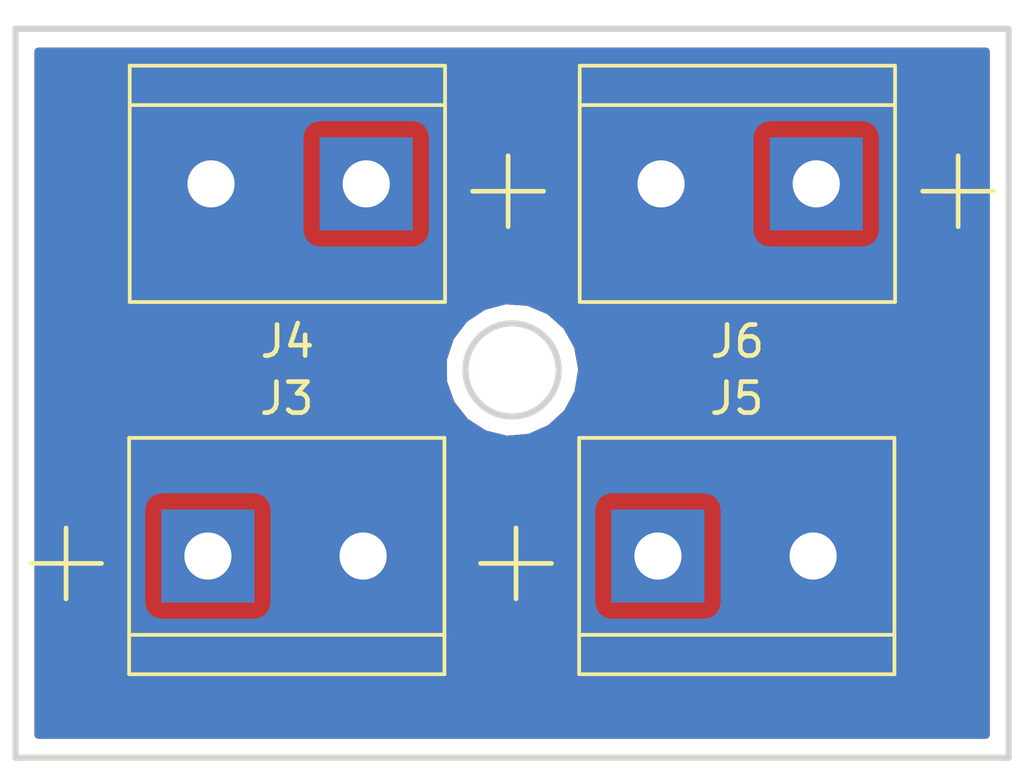
<source format=kicad_pcb>
(kicad_pcb (version 20171130) (host pcbnew 5.0.2-bee76a0~70~ubuntu18.04.1)

  (general
    (thickness 1.6)
    (drawings 5)
    (tracks 0)
    (zones 0)
    (modules 4)
    (nets 3)
  )

  (page A4)
  (layers
    (0 F.Cu signal)
    (31 B.Cu signal)
    (32 B.Adhes user)
    (33 F.Adhes user)
    (34 B.Paste user)
    (35 F.Paste user)
    (36 B.SilkS user)
    (37 F.SilkS user)
    (38 B.Mask user)
    (39 F.Mask user)
    (40 Dwgs.User user)
    (41 Cmts.User user)
    (42 Eco1.User user)
    (43 Eco2.User user)
    (44 Edge.Cuts user)
    (45 Margin user)
    (46 B.CrtYd user)
    (47 F.CrtYd user)
    (48 B.Fab user)
    (49 F.Fab user)
  )

  (setup
    (last_trace_width 1.5)
    (trace_clearance 0.5)
    (zone_clearance 0.508)
    (zone_45_only no)
    (trace_min 0.2)
    (segment_width 0.2)
    (edge_width 0.2)
    (via_size 0.8)
    (via_drill 0.4)
    (via_min_size 0.4)
    (via_min_drill 0.3)
    (uvia_size 0.3)
    (uvia_drill 0.1)
    (uvias_allowed no)
    (uvia_min_size 0.2)
    (uvia_min_drill 0.1)
    (pcb_text_width 0.3)
    (pcb_text_size 1.5 1.5)
    (mod_edge_width 0.15)
    (mod_text_size 1 1)
    (mod_text_width 0.15)
    (pad_size 1.524 1.524)
    (pad_drill 0.762)
    (pad_to_mask_clearance 0.051)
    (solder_mask_min_width 0.25)
    (aux_axis_origin 0 0)
    (grid_origin 110 73.8)
    (visible_elements FFFFFF7F)
    (pcbplotparams
      (layerselection 0x010fc_ffffffff)
      (usegerberextensions false)
      (usegerberattributes false)
      (usegerberadvancedattributes false)
      (creategerberjobfile false)
      (excludeedgelayer true)
      (linewidth 0.100000)
      (plotframeref false)
      (viasonmask false)
      (mode 1)
      (useauxorigin false)
      (hpglpennumber 1)
      (hpglpenspeed 20)
      (hpglpendiameter 15.000000)
      (psnegative false)
      (psa4output false)
      (plotreference true)
      (plotvalue true)
      (plotinvisibletext false)
      (padsonsilk false)
      (subtractmaskfromsilk false)
      (outputformat 1)
      (mirror false)
      (drillshape 1)
      (scaleselection 1)
      (outputdirectory ""))
  )

  (net 0 "")
  (net 1 /VDC)
  (net 2 /GND)

  (net_class Default "This is the default net class."
    (clearance 0.5)
    (trace_width 1.5)
    (via_dia 0.8)
    (via_drill 0.4)
    (uvia_dia 0.3)
    (uvia_drill 0.1)
    (add_net /GND)
    (add_net /VDC)
  )

  (module CATPOO:TerminalBlock_Pololu-2_P5.00mm (layer F.Cu) (tedit 5C940FD8) (tstamp 5CA94BAE)
    (at 100.2 79.8)
    (descr "simple 2-pin terminal block, pitch 5.08mm, revamped version of bornier2")
    (tags "terminal block bornier2")
    (path /5C9DD850)
    (fp_text reference J3 (at 2.54 -5.08) (layer F.SilkS)
      (effects (font (size 1 1) (thickness 0.15)))
    )
    (fp_text value Power (at 2.54 5.08) (layer F.Fab)
      (effects (font (size 1 1) (thickness 0.15)))
    )
    (fp_text user %R (at 2.54 0) (layer F.Fab)
      (effects (font (size 1 1) (thickness 0.15)))
    )
    (fp_line (start -2.41 2.55) (end 7.49 2.55) (layer F.Fab) (width 0.1))
    (fp_line (start -2.46 -3.75) (end -2.46 3.75) (layer F.Fab) (width 0.1))
    (fp_line (start -2.46 3.75) (end 7.54 3.75) (layer F.Fab) (width 0.1))
    (fp_line (start 7.54 3.75) (end 7.54 -3.75) (layer F.Fab) (width 0.1))
    (fp_line (start 7.54 -3.75) (end -2.46 -3.75) (layer F.Fab) (width 0.1))
    (fp_line (start 7.62 2.54) (end -2.54 2.54) (layer F.SilkS) (width 0.12))
    (fp_line (start 7.62 3.81) (end 7.62 -3.81) (layer F.SilkS) (width 0.12))
    (fp_line (start 7.62 -3.81) (end -2.54 -3.81) (layer F.SilkS) (width 0.12))
    (fp_line (start -2.54 -3.81) (end -2.54 3.81) (layer F.SilkS) (width 0.12))
    (fp_line (start -2.54 3.81) (end 7.62 3.81) (layer F.SilkS) (width 0.12))
    (fp_line (start -2.71 -4) (end 7.79 -4) (layer F.CrtYd) (width 0.05))
    (fp_line (start -2.71 -4) (end -2.71 4) (layer F.CrtYd) (width 0.05))
    (fp_line (start 7.79 4) (end 7.79 -4) (layer F.CrtYd) (width 0.05))
    (fp_line (start 7.79 4) (end -2.71 4) (layer F.CrtYd) (width 0.05))
    (fp_text user + (at -4.572 0) (layer F.SilkS)
      (effects (font (size 3 3) (thickness 0.15)))
    )
    (pad 1 thru_hole rect (at 0 0) (size 3 3) (drill 1.52) (layers *.Cu *.Mask)
      (net 1 /VDC))
    (pad 2 thru_hole circle (at 5 0) (size 3 3) (drill 1.52) (layers *.Cu *.Mask)
      (net 2 /GND))
    (model ${KISYS3DMOD}/TerminalBlock.3dshapes/TerminalBlock_bornier-2_P5.08mm.wrl
      (offset (xyz 2.539999961853027 0 0))
      (scale (xyz 1 1 1))
      (rotate (xyz 0 0 0))
    )
  )

  (module CATPOO:TerminalBlock_Pololu-2_P5.00mm (layer F.Cu) (tedit 5CA94D29) (tstamp 5CA95596)
    (at 105.3 67.8 180)
    (descr "simple 2-pin terminal block, pitch 5.08mm, revamped version of bornier2")
    (tags "terminal block bornier2")
    (path /5C9DD8C0)
    (fp_text reference J4 (at 2.54 -5.08 180) (layer F.SilkS)
      (effects (font (size 1 1) (thickness 0.15)))
    )
    (fp_text value Power (at 2.54 5.08 180) (layer F.Fab)
      (effects (font (size 1 1) (thickness 0.15)))
    )
    (fp_text user + (at -4.572 0 180) (layer F.SilkS)
      (effects (font (size 3 3) (thickness 0.15)))
    )
    (fp_line (start 7.79 4) (end -2.71 4) (layer F.CrtYd) (width 0.05))
    (fp_line (start 7.79 4) (end 7.79 -4) (layer F.CrtYd) (width 0.05))
    (fp_line (start -2.71 -4) (end -2.71 4) (layer F.CrtYd) (width 0.05))
    (fp_line (start -2.71 -4) (end 7.79 -4) (layer F.CrtYd) (width 0.05))
    (fp_line (start -2.54 3.81) (end 7.62 3.81) (layer F.SilkS) (width 0.12))
    (fp_line (start -2.54 -3.81) (end -2.54 3.81) (layer F.SilkS) (width 0.12))
    (fp_line (start 7.62 -3.81) (end -2.54 -3.81) (layer F.SilkS) (width 0.12))
    (fp_line (start 7.62 3.81) (end 7.62 -3.81) (layer F.SilkS) (width 0.12))
    (fp_line (start 7.62 2.54) (end -2.54 2.54) (layer F.SilkS) (width 0.12))
    (fp_line (start 7.54 -3.75) (end -2.46 -3.75) (layer F.Fab) (width 0.1))
    (fp_line (start 7.54 3.75) (end 7.54 -3.75) (layer F.Fab) (width 0.1))
    (fp_line (start -2.46 3.75) (end 7.54 3.75) (layer F.Fab) (width 0.1))
    (fp_line (start -2.46 -3.75) (end -2.46 3.75) (layer F.Fab) (width 0.1))
    (fp_line (start -2.41 2.55) (end 7.49 2.55) (layer F.Fab) (width 0.1))
    (fp_text user %R (at 2.54 0 180) (layer F.Fab)
      (effects (font (size 1 1) (thickness 0.15)))
    )
    (pad 2 thru_hole circle (at 5 0 180) (size 3 3) (drill 1.52) (layers *.Cu *.Mask)
      (net 2 /GND))
    (pad 1 thru_hole rect (at 0 0 180) (size 3 3) (drill 1.52) (layers *.Cu *.Mask)
      (net 1 /VDC))
    (model ${KISYS3DMOD}/TerminalBlock.3dshapes/TerminalBlock_bornier-2_P5.08mm.wrl
      (offset (xyz 2.539999961853027 0 0))
      (scale (xyz 1 1 1))
      (rotate (xyz 0 0 0))
    )
  )

  (module CATPOO:TerminalBlock_Pololu-2_P5.00mm (layer F.Cu) (tedit 5C940FD8) (tstamp 5CA94E05)
    (at 114.7 79.8)
    (descr "simple 2-pin terminal block, pitch 5.08mm, revamped version of bornier2")
    (tags "terminal block bornier2")
    (path /5C9DD91A)
    (fp_text reference J5 (at 2.54 -5.08) (layer F.SilkS)
      (effects (font (size 1 1) (thickness 0.15)))
    )
    (fp_text value Power (at 2.54 5.08) (layer F.Fab)
      (effects (font (size 1 1) (thickness 0.15)))
    )
    (fp_text user %R (at 2.54 0) (layer F.Fab)
      (effects (font (size 1 1) (thickness 0.15)))
    )
    (fp_line (start -2.41 2.55) (end 7.49 2.55) (layer F.Fab) (width 0.1))
    (fp_line (start -2.46 -3.75) (end -2.46 3.75) (layer F.Fab) (width 0.1))
    (fp_line (start -2.46 3.75) (end 7.54 3.75) (layer F.Fab) (width 0.1))
    (fp_line (start 7.54 3.75) (end 7.54 -3.75) (layer F.Fab) (width 0.1))
    (fp_line (start 7.54 -3.75) (end -2.46 -3.75) (layer F.Fab) (width 0.1))
    (fp_line (start 7.62 2.54) (end -2.54 2.54) (layer F.SilkS) (width 0.12))
    (fp_line (start 7.62 3.81) (end 7.62 -3.81) (layer F.SilkS) (width 0.12))
    (fp_line (start 7.62 -3.81) (end -2.54 -3.81) (layer F.SilkS) (width 0.12))
    (fp_line (start -2.54 -3.81) (end -2.54 3.81) (layer F.SilkS) (width 0.12))
    (fp_line (start -2.54 3.81) (end 7.62 3.81) (layer F.SilkS) (width 0.12))
    (fp_line (start -2.71 -4) (end 7.79 -4) (layer F.CrtYd) (width 0.05))
    (fp_line (start -2.71 -4) (end -2.71 4) (layer F.CrtYd) (width 0.05))
    (fp_line (start 7.79 4) (end 7.79 -4) (layer F.CrtYd) (width 0.05))
    (fp_line (start 7.79 4) (end -2.71 4) (layer F.CrtYd) (width 0.05))
    (fp_text user + (at -4.572 0) (layer F.SilkS)
      (effects (font (size 3 3) (thickness 0.15)))
    )
    (pad 1 thru_hole rect (at 0 0) (size 3 3) (drill 1.52) (layers *.Cu *.Mask)
      (net 1 /VDC))
    (pad 2 thru_hole circle (at 5 0) (size 3 3) (drill 1.52) (layers *.Cu *.Mask)
      (net 2 /GND))
    (model ${KISYS3DMOD}/TerminalBlock.3dshapes/TerminalBlock_bornier-2_P5.08mm.wrl
      (offset (xyz 2.539999961853027 0 0))
      (scale (xyz 1 1 1))
      (rotate (xyz 0 0 0))
    )
  )

  (module CATPOO:TerminalBlock_Pololu-2_P5.00mm (layer F.Cu) (tedit 5C940FD8) (tstamp 5CA94BF0)
    (at 119.8 67.8 180)
    (descr "simple 2-pin terminal block, pitch 5.08mm, revamped version of bornier2")
    (tags "terminal block bornier2")
    (path /5C9DD946)
    (fp_text reference J6 (at 2.54 -5.08 180) (layer F.SilkS)
      (effects (font (size 1 1) (thickness 0.15)))
    )
    (fp_text value Power (at 2.54 5.08 180) (layer F.Fab)
      (effects (font (size 1 1) (thickness 0.15)))
    )
    (fp_text user + (at -4.572 0 180) (layer F.SilkS)
      (effects (font (size 3 3) (thickness 0.15)))
    )
    (fp_line (start 7.79 4) (end -2.71 4) (layer F.CrtYd) (width 0.05))
    (fp_line (start 7.79 4) (end 7.79 -4) (layer F.CrtYd) (width 0.05))
    (fp_line (start -2.71 -4) (end -2.71 4) (layer F.CrtYd) (width 0.05))
    (fp_line (start -2.71 -4) (end 7.79 -4) (layer F.CrtYd) (width 0.05))
    (fp_line (start -2.54 3.81) (end 7.62 3.81) (layer F.SilkS) (width 0.12))
    (fp_line (start -2.54 -3.81) (end -2.54 3.81) (layer F.SilkS) (width 0.12))
    (fp_line (start 7.62 -3.81) (end -2.54 -3.81) (layer F.SilkS) (width 0.12))
    (fp_line (start 7.62 3.81) (end 7.62 -3.81) (layer F.SilkS) (width 0.12))
    (fp_line (start 7.62 2.54) (end -2.54 2.54) (layer F.SilkS) (width 0.12))
    (fp_line (start 7.54 -3.75) (end -2.46 -3.75) (layer F.Fab) (width 0.1))
    (fp_line (start 7.54 3.75) (end 7.54 -3.75) (layer F.Fab) (width 0.1))
    (fp_line (start -2.46 3.75) (end 7.54 3.75) (layer F.Fab) (width 0.1))
    (fp_line (start -2.46 -3.75) (end -2.46 3.75) (layer F.Fab) (width 0.1))
    (fp_line (start -2.41 2.55) (end 7.49 2.55) (layer F.Fab) (width 0.1))
    (fp_text user %R (at 2.54 0 180) (layer F.Fab)
      (effects (font (size 1 1) (thickness 0.15)))
    )
    (pad 2 thru_hole circle (at 5 0 180) (size 3 3) (drill 1.52) (layers *.Cu *.Mask)
      (net 2 /GND))
    (pad 1 thru_hole rect (at 0 0 180) (size 3 3) (drill 1.52) (layers *.Cu *.Mask)
      (net 1 /VDC))
    (model ${KISYS3DMOD}/TerminalBlock.3dshapes/TerminalBlock_bornier-2_P5.08mm.wrl
      (offset (xyz 2.539999961853027 0 0))
      (scale (xyz 1 1 1))
      (rotate (xyz 0 0 0))
    )
  )

  (gr_line (start 94 86.3) (end 94 62.8) (layer Edge.Cuts) (width 0.2))
  (gr_line (start 126 86.3) (end 94 86.3) (layer Edge.Cuts) (width 0.2))
  (gr_line (start 126 62.8) (end 126 86.3) (layer Edge.Cuts) (width 0.2))
  (gr_line (start 94 62.8) (end 126 62.8) (layer Edge.Cuts) (width 0.2))
  (gr_circle (center 110 73.8) (end 110 72.3) (layer Edge.Cuts) (width 0.2))

  (zone (net 2) (net_name /GND) (layer B.Cu) (tstamp 0) (hatch edge 0.508)
    (connect_pads yes (clearance 0.508))
    (min_thickness 0.254)
    (fill yes (arc_segments 16) (thermal_gap 0.508) (thermal_bridge_width 0.508))
    (polygon
      (pts
        (xy 93.5 62.3) (xy 126.5 62.3) (xy 126.5 86.8) (xy 93.5 86.8)
      )
    )
    (filled_polygon
      (pts
        (xy 125.265001 85.565) (xy 94.735 85.565) (xy 94.735 78.3) (xy 98.05256 78.3) (xy 98.05256 81.3)
        (xy 98.101843 81.547765) (xy 98.242191 81.757809) (xy 98.452235 81.898157) (xy 98.7 81.94744) (xy 101.7 81.94744)
        (xy 101.947765 81.898157) (xy 102.157809 81.757809) (xy 102.298157 81.547765) (xy 102.34744 81.3) (xy 102.34744 78.3)
        (xy 112.55256 78.3) (xy 112.55256 81.3) (xy 112.601843 81.547765) (xy 112.742191 81.757809) (xy 112.952235 81.898157)
        (xy 113.2 81.94744) (xy 116.2 81.94744) (xy 116.447765 81.898157) (xy 116.657809 81.757809) (xy 116.798157 81.547765)
        (xy 116.84744 81.3) (xy 116.84744 78.3) (xy 116.798157 78.052235) (xy 116.657809 77.842191) (xy 116.447765 77.701843)
        (xy 116.2 77.65256) (xy 113.2 77.65256) (xy 112.952235 77.701843) (xy 112.742191 77.842191) (xy 112.601843 78.052235)
        (xy 112.55256 78.3) (xy 102.34744 78.3) (xy 102.298157 78.052235) (xy 102.157809 77.842191) (xy 101.947765 77.701843)
        (xy 101.7 77.65256) (xy 98.7 77.65256) (xy 98.452235 77.701843) (xy 98.242191 77.842191) (xy 98.101843 78.052235)
        (xy 98.05256 78.3) (xy 94.735 78.3) (xy 94.735 73.44724) (xy 107.772763 73.44724) (xy 107.778578 74.1877)
        (xy 108.023928 74.886355) (xy 108.482357 75.467868) (xy 109.104432 75.869537) (xy 109.823075 76.048049) (xy 110.560796 75.984155)
        (xy 111.238046 75.684746) (xy 111.7818 75.182105) (xy 112.133422 74.530434) (xy 112.255 73.8) (xy 112.254722 73.76458)
        (xy 112.121686 73.036146) (xy 111.759871 72.390078) (xy 111.208289 71.896041) (xy 110.526419 71.607306) (xy 109.787786 71.555008)
        (xy 109.072035 71.744786) (xy 108.456346 72.156176) (xy 108.007109 72.744818) (xy 107.772763 73.44724) (xy 94.735 73.44724)
        (xy 94.735 66.3) (xy 103.15256 66.3) (xy 103.15256 69.3) (xy 103.201843 69.547765) (xy 103.342191 69.757809)
        (xy 103.552235 69.898157) (xy 103.8 69.94744) (xy 106.8 69.94744) (xy 107.047765 69.898157) (xy 107.257809 69.757809)
        (xy 107.398157 69.547765) (xy 107.44744 69.3) (xy 107.44744 66.3) (xy 117.65256 66.3) (xy 117.65256 69.3)
        (xy 117.701843 69.547765) (xy 117.842191 69.757809) (xy 118.052235 69.898157) (xy 118.3 69.94744) (xy 121.3 69.94744)
        (xy 121.547765 69.898157) (xy 121.757809 69.757809) (xy 121.898157 69.547765) (xy 121.94744 69.3) (xy 121.94744 66.3)
        (xy 121.898157 66.052235) (xy 121.757809 65.842191) (xy 121.547765 65.701843) (xy 121.3 65.65256) (xy 118.3 65.65256)
        (xy 118.052235 65.701843) (xy 117.842191 65.842191) (xy 117.701843 66.052235) (xy 117.65256 66.3) (xy 107.44744 66.3)
        (xy 107.398157 66.052235) (xy 107.257809 65.842191) (xy 107.047765 65.701843) (xy 106.8 65.65256) (xy 103.8 65.65256)
        (xy 103.552235 65.701843) (xy 103.342191 65.842191) (xy 103.201843 66.052235) (xy 103.15256 66.3) (xy 94.735 66.3)
        (xy 94.735 63.535) (xy 125.265 63.535)
      )
    )
  )
  (zone (net 1) (net_name /VDC) (layer F.Cu) (tstamp 0) (hatch edge 0.508)
    (connect_pads yes (clearance 0.508))
    (min_thickness 0.254)
    (fill yes (arc_segments 16) (thermal_gap 0.508) (thermal_bridge_width 0.508))
    (polygon
      (pts
        (xy 93.5 62.3) (xy 126.5 62.3) (xy 126.5 86.8) (xy 93.5 86.8)
      )
    )
    (filled_polygon
      (pts
        (xy 125.265001 85.565) (xy 94.735 85.565) (xy 94.735 79.375322) (xy 103.065 79.375322) (xy 103.065 80.224678)
        (xy 103.390034 81.00938) (xy 103.99062 81.609966) (xy 104.775322 81.935) (xy 105.624678 81.935) (xy 106.40938 81.609966)
        (xy 107.009966 81.00938) (xy 107.335 80.224678) (xy 107.335 79.375322) (xy 117.565 79.375322) (xy 117.565 80.224678)
        (xy 117.890034 81.00938) (xy 118.49062 81.609966) (xy 119.275322 81.935) (xy 120.124678 81.935) (xy 120.90938 81.609966)
        (xy 121.509966 81.00938) (xy 121.835 80.224678) (xy 121.835 79.375322) (xy 121.509966 78.59062) (xy 120.90938 77.990034)
        (xy 120.124678 77.665) (xy 119.275322 77.665) (xy 118.49062 77.990034) (xy 117.890034 78.59062) (xy 117.565 79.375322)
        (xy 107.335 79.375322) (xy 107.009966 78.59062) (xy 106.40938 77.990034) (xy 105.624678 77.665) (xy 104.775322 77.665)
        (xy 103.99062 77.990034) (xy 103.390034 78.59062) (xy 103.065 79.375322) (xy 94.735 79.375322) (xy 94.735 73.44724)
        (xy 107.772763 73.44724) (xy 107.778578 74.1877) (xy 108.023928 74.886355) (xy 108.482357 75.467868) (xy 109.104432 75.869537)
        (xy 109.823075 76.048049) (xy 110.560796 75.984155) (xy 111.238046 75.684746) (xy 111.7818 75.182105) (xy 112.133422 74.530434)
        (xy 112.255 73.8) (xy 112.254722 73.76458) (xy 112.121686 73.036146) (xy 111.759871 72.390078) (xy 111.208289 71.896041)
        (xy 110.526419 71.607306) (xy 109.787786 71.555008) (xy 109.072035 71.744786) (xy 108.456346 72.156176) (xy 108.007109 72.744818)
        (xy 107.772763 73.44724) (xy 94.735 73.44724) (xy 94.735 67.375322) (xy 98.165 67.375322) (xy 98.165 68.224678)
        (xy 98.490034 69.00938) (xy 99.09062 69.609966) (xy 99.875322 69.935) (xy 100.724678 69.935) (xy 101.50938 69.609966)
        (xy 102.109966 69.00938) (xy 102.435 68.224678) (xy 102.435 67.375322) (xy 112.665 67.375322) (xy 112.665 68.224678)
        (xy 112.990034 69.00938) (xy 113.59062 69.609966) (xy 114.375322 69.935) (xy 115.224678 69.935) (xy 116.00938 69.609966)
        (xy 116.609966 69.00938) (xy 116.935 68.224678) (xy 116.935 67.375322) (xy 116.609966 66.59062) (xy 116.00938 65.990034)
        (xy 115.224678 65.665) (xy 114.375322 65.665) (xy 113.59062 65.990034) (xy 112.990034 66.59062) (xy 112.665 67.375322)
        (xy 102.435 67.375322) (xy 102.109966 66.59062) (xy 101.50938 65.990034) (xy 100.724678 65.665) (xy 99.875322 65.665)
        (xy 99.09062 65.990034) (xy 98.490034 66.59062) (xy 98.165 67.375322) (xy 94.735 67.375322) (xy 94.735 63.535)
        (xy 125.265 63.535)
      )
    )
  )
)

</source>
